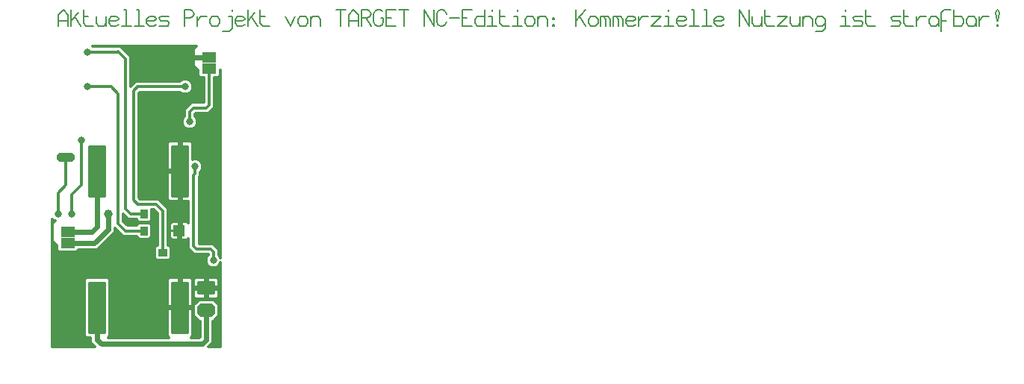
<source format=gbl>
%FSLAX35Y35*%
%MOIN*%
%TF.FileFunction,Copper,L2,Bot*%
%ADD10C,0.00591*%
%ADD11C,0.00214*%
%ADD12C,0.00384*%
%ADD13C,0.00409*%
%ADD14C,0.00472*%
%ADD15C,0.00512*%
%ADD16C,0.00650*%
%ADD17C,0.00768*%
%ADD18C,0.00886*%
%ADD19C,0.01181*%
%ADD20C,0.01575*%
%ADD21C,0.01969*%
%ADD22C,0.02362*%
%ADD23C,0.03150*%
%ADD24C,0.03937*%
%AMR_25*21,1,0.00787,0.00787,0,0,0.000*%
%ADD25R_25*%
%AMR_26*21,1,0.01181,0.01181,0,0,0.000*%
%ADD26R_26*%
%AMR_27*21,1,0.01706,0.01706,0,0,0.000*%
%ADD27R_27*%
%AMR_28*21,1,0.02133,0.02133,0,0,0.000*%
%ADD28R_28*%
%AMR_29*21,1,0.02362,0.02362,0,0,0.000*%
%ADD29R_29*%
%AMR_30*21,1,0.03200,0.03800,0,0,0.000*%
%ADD30R_30*%
%AMR_31*21,1,0.03200,0.03800,0,0,90.000*%
%ADD31R_31*%
%AMR_32*21,1,0.03200,0.03800,0,0,180.000*%
%ADD32R_32*%
%AMR_33*21,1,0.04409,0.06299,0,0,90.000*%
%ADD33R_33*%
%AMR_34*21,1,0.05000,0.05000,0,0,180.000*%
%ADD34R_34*%
%AMR_35*21,1,0.07874,0.09449,0,0,90.000*%
%ADD35R_35*%
%AMR_36*21,1,0.19685,0.19685,0,0,0.000*%
%ADD36R_36*%
%AMOCT_37*4,1,8,0.031496,0.023622,0.015748,0.039370,-0.015748,0.039370,-0.031496,0.023622,-0.031496,-0.023622,-0.015748,-0.039370,0.015748,-0.039370,0.031496,-0.023622,0.031496,0.023622,270.000*%
%ADD37OCT_37*%
%AMOCT_38*4,1,8,0.039370,0.009843,0.029528,0.019685,-0.029528,0.019685,-0.039370,0.009843,-0.039370,-0.009843,-0.029528,-0.019685,0.029528,-0.019685,0.039370,-0.009843,0.039370,0.009843,0.000*%
%ADD38OCT_38*%
%AMOCT_39*4,1,8,0.039370,0.009843,0.029528,0.019685,-0.029528,0.019685,-0.039370,0.009843,-0.039370,-0.009843,-0.029528,-0.019685,0.029528,-0.019685,0.039370,-0.009843,0.039370,0.009843,90.000*%
%ADD39OCT_39*%
%ADD40O,0.02559X0.04173*%
%AMRR_41*21,1,0.02559,0.03661,0,0,180.000*21,1,0.02047,0.04173,0,0,180.000*1,1,0.00512,-0.01024,-0.01831*1,1,0.00512,0.01024,0.01831*1,1,0.00512,-0.01024,0.01831*1,1,0.00512,0.01024,-0.01831*%
%ADD41RR_41*%
%AMRR_42*21,1,0.06299,0.06929,0,0,180.000*21,1,0.05354,0.07874,0,0,180.000*1,1,0.00945,-0.02677,-0.03465*1,1,0.00945,0.02677,0.03465*1,1,0.00945,-0.02677,0.03465*1,1,0.00945,0.02677,-0.03465*%
%ADD42RR_42*%
%AMRR_43*21,1,0.06299,0.06614,0,0,270.000*21,1,0.05039,0.07874,0,0,270.000*1,1,0.01260,0.03307,-0.02520*1,1,0.01260,-0.03307,0.02520*1,1,0.01260,-0.03307,-0.02520*1,1,0.01260,0.03307,0.02520*%
%ADD43RR_43*%
%AMRR_44*21,1,0.23622,0.06457,0,0,90.000*21,1,0.22205,0.07874,0,0,90.000*1,1,0.01417,-0.03228,0.11102*1,1,0.01417,0.03228,-0.11102*1,1,0.01417,0.03228,0.11102*1,1,0.01417,-0.03228,-0.11102*%
%ADD44RR_44*%
G54D16*
X3937Y144749D02*
X3937Y149473D01*
X3937Y147111D02*
X8267Y147111D01*
X8267Y149473D02*
X8267Y144749D01*
X3937Y149473D02*
X6102Y151835D01*
X8267Y149473D01*
X9566Y151835D02*
X9566Y144749D01*
X9566Y147111D02*
X12814Y150654D01*
X11190Y148882D02*
X13897Y144749D01*
X15196Y151835D02*
X15196Y145930D01*
X16279Y144749D01*
X19527Y144749D01*
X15196Y148882D02*
X17362Y148882D01*
X20826Y148882D02*
X20826Y145930D01*
X21909Y144749D01*
X24074Y144749D01*
X25157Y145930D01*
X25157Y148882D02*
X25157Y144749D01*
X30787Y145339D02*
X29704Y144749D01*
X27539Y144749D01*
X26456Y145930D01*
X26456Y147701D01*
X27539Y148882D01*
X29704Y148882D01*
X30787Y148292D01*
X30787Y147701D01*
X29704Y147111D01*
X26456Y147111D01*
X32086Y144749D02*
X36417Y144749D01*
X33169Y151835D02*
X34251Y151835D01*
X34251Y144749D01*
X37716Y144749D02*
X42047Y144749D01*
X38799Y151835D02*
X39881Y151835D01*
X39881Y144749D01*
X47677Y145339D02*
X46594Y144749D01*
X44429Y144749D01*
X43346Y145930D01*
X43346Y147701D01*
X44429Y148882D01*
X46594Y148882D01*
X47677Y148292D01*
X47677Y147701D01*
X46594Y147111D01*
X43346Y147111D01*
X48976Y144749D02*
X52765Y144749D01*
X53307Y145930D01*
X52765Y147111D01*
X49517Y147111D01*
X48976Y148292D01*
X49517Y148882D01*
X53307Y148882D01*
X60236Y151835D02*
X60236Y144749D01*
X60236Y148292D02*
X62942Y148292D01*
X64025Y148882D01*
X64566Y150063D01*
X64025Y151245D01*
X62942Y151835D01*
X60236Y151835D01*
X65866Y148882D02*
X65866Y144749D01*
X65866Y147111D02*
X67490Y148882D01*
X70196Y148882D01*
X71496Y147701D02*
X71496Y145930D01*
X71496Y147701D02*
X72578Y148882D01*
X74744Y148882D01*
X75826Y147701D01*
X75826Y145930D01*
X74744Y144749D01*
X72578Y144749D01*
X71496Y145930D01*
X77125Y142386D02*
X80374Y142386D01*
X81456Y143567D01*
X81456Y148882D01*
X79832Y148882D01*
X81456Y151835D02*
X81456Y151245D01*
X87086Y145339D02*
X86003Y144749D01*
X83838Y144749D01*
X82755Y145930D01*
X82755Y147701D01*
X83838Y148882D01*
X86003Y148882D01*
X87086Y148292D01*
X87086Y147701D01*
X86003Y147111D01*
X82755Y147111D01*
X88385Y151835D02*
X88385Y144749D01*
X88385Y147111D02*
X91633Y150654D01*
X90009Y148882D02*
X92716Y144749D01*
X94015Y151835D02*
X94015Y145930D01*
X95098Y144749D01*
X98346Y144749D01*
X94015Y148882D02*
X96181Y148882D01*
X105275Y148882D02*
X107440Y144749D01*
X109606Y148882D01*
X110905Y147701D02*
X110905Y145930D01*
X110905Y147701D02*
X111988Y148882D01*
X114153Y148882D01*
X115236Y147701D01*
X115236Y145930D01*
X114153Y144749D01*
X111988Y144749D01*
X110905Y145930D01*
X116535Y144749D02*
X116535Y148882D01*
X116535Y147701D02*
X117618Y148882D01*
X119783Y148882D01*
X120866Y147701D01*
X120866Y144749D01*
X127795Y151835D02*
X132125Y151835D01*
X129960Y151835D02*
X129960Y144749D01*
X133425Y144749D02*
X133425Y149473D01*
X133425Y147111D02*
X137755Y147111D01*
X137755Y149473D02*
X137755Y144749D01*
X133425Y149473D02*
X135590Y151835D01*
X137755Y149473D01*
X139055Y151835D02*
X139055Y144749D01*
X139055Y148292D02*
X141761Y148292D01*
X142844Y148882D01*
X143385Y150063D01*
X142844Y151245D01*
X141761Y151835D01*
X139055Y151835D01*
X141220Y148292D02*
X143385Y144749D01*
X146309Y151835D02*
X145226Y151245D01*
X144685Y150063D01*
X144685Y146520D01*
X145226Y145339D01*
X146309Y144749D01*
X147391Y144749D01*
X148474Y145339D01*
X149015Y146520D01*
X149015Y148292D01*
X147933Y148292D01*
X146309Y151835D02*
X147391Y151835D01*
X148474Y151245D01*
X150314Y151835D02*
X150314Y144749D01*
X154645Y144749D01*
X150314Y148292D02*
X152480Y148292D01*
X150314Y151835D02*
X154645Y151835D01*
X155944Y151835D02*
X160275Y151835D01*
X158110Y151835D02*
X158110Y144749D01*
X167204Y144749D02*
X167204Y151835D01*
X171535Y144749D01*
X171535Y151835D01*
X175541Y144749D02*
X176624Y145339D01*
X177165Y146520D01*
X175541Y144749D02*
X174458Y144749D01*
X173375Y145339D01*
X172834Y146520D01*
X172834Y150063D01*
X173375Y151245D01*
X174458Y151835D01*
X175541Y151835D01*
X176624Y151245D01*
X177165Y150063D01*
X178464Y148292D02*
X182795Y148292D01*
X184094Y151835D02*
X184094Y144749D01*
X188425Y144749D01*
X184094Y148292D02*
X186259Y148292D01*
X184094Y151835D02*
X188425Y151835D01*
X194055Y151835D02*
X194055Y144749D01*
X190807Y144749D01*
X189724Y145930D01*
X189724Y147701D01*
X190807Y148882D01*
X194055Y148882D01*
X195354Y144749D02*
X199685Y144749D01*
X197519Y144749D02*
X197519Y148882D01*
X197519Y151835D02*
X197519Y151245D01*
X195895Y148882D02*
X197519Y148882D01*
X200984Y151835D02*
X200984Y145930D01*
X202066Y144749D01*
X205314Y144749D01*
X200984Y148882D02*
X203149Y148882D01*
X206614Y144749D02*
X210944Y144749D01*
X208779Y144749D02*
X208779Y148882D01*
X208779Y151835D02*
X208779Y151245D01*
X207155Y148882D02*
X208779Y148882D01*
X212244Y147701D02*
X212244Y145930D01*
X212244Y147701D02*
X213326Y148882D01*
X215492Y148882D01*
X216574Y147701D01*
X216574Y145930D01*
X215492Y144749D01*
X213326Y144749D01*
X212244Y145930D01*
X217874Y144749D02*
X217874Y148882D01*
X217874Y147701D02*
X218956Y148882D01*
X221122Y148882D01*
X222204Y147701D01*
X222204Y144749D01*
X224586Y145339D02*
X224586Y144749D01*
X225127Y144749D01*
X225127Y145339D01*
X224586Y145339D01*
X225127Y148292D02*
X224586Y148292D01*
X224586Y147701D01*
X225127Y147701D01*
X225127Y148292D01*
X234763Y151835D02*
X234763Y144749D01*
X234763Y147111D02*
X239094Y151835D01*
X236387Y148882D02*
X239094Y144749D01*
X240393Y147701D02*
X240393Y145930D01*
X240393Y147701D02*
X241476Y148882D01*
X243641Y148882D01*
X244724Y147701D01*
X244724Y145930D01*
X243641Y144749D01*
X241476Y144749D01*
X240393Y145930D01*
X250354Y144749D02*
X250354Y147701D01*
X249271Y148882D01*
X248188Y144749D02*
X248188Y147701D01*
X246023Y148882D02*
X249271Y148882D01*
X246023Y144749D02*
X246023Y148882D01*
X248188Y147701D02*
X247106Y148882D01*
X255984Y144749D02*
X255984Y147701D01*
X254901Y148882D01*
X253818Y144749D02*
X253818Y147701D01*
X251653Y148882D02*
X254901Y148882D01*
X251653Y144749D02*
X251653Y148882D01*
X253818Y147701D02*
X252736Y148882D01*
X261614Y145339D02*
X260531Y144749D01*
X258366Y144749D01*
X257283Y145930D01*
X257283Y147701D01*
X258366Y148882D01*
X260531Y148882D01*
X261614Y148292D01*
X261614Y147701D01*
X260531Y147111D01*
X257283Y147111D01*
X262913Y148882D02*
X262913Y144749D01*
X262913Y147111D02*
X264537Y148882D01*
X267244Y148882D01*
X268543Y148882D02*
X272874Y148882D01*
X268543Y144749D01*
X272874Y144749D01*
X274173Y144749D02*
X278503Y144749D01*
X276338Y144749D02*
X276338Y148882D01*
X276338Y151835D02*
X276338Y151245D01*
X274714Y148882D02*
X276338Y148882D01*
X284133Y145339D02*
X283051Y144749D01*
X280885Y144749D01*
X279803Y145930D01*
X279803Y147701D01*
X280885Y148882D01*
X283051Y148882D01*
X284133Y148292D01*
X284133Y147701D01*
X283051Y147111D01*
X279803Y147111D01*
X285433Y144749D02*
X289763Y144749D01*
X286515Y151835D02*
X287598Y151835D01*
X287598Y144749D01*
X291062Y144749D02*
X295393Y144749D01*
X292145Y151835D02*
X293228Y151835D01*
X293228Y144749D01*
X301023Y145339D02*
X299940Y144749D01*
X297775Y144749D01*
X296692Y145930D01*
X296692Y147701D01*
X297775Y148882D01*
X299940Y148882D01*
X301023Y148292D01*
X301023Y147701D01*
X299940Y147111D01*
X296692Y147111D01*
X307952Y144749D02*
X307952Y151835D01*
X312283Y144749D01*
X312283Y151835D01*
X313582Y148882D02*
X313582Y145930D01*
X314665Y144749D01*
X316830Y144749D01*
X317913Y145930D01*
X317913Y148882D02*
X317913Y144749D01*
X319212Y151835D02*
X319212Y145930D01*
X320295Y144749D01*
X323543Y144749D01*
X319212Y148882D02*
X321377Y148882D01*
X324842Y148882D02*
X329173Y148882D01*
X324842Y144749D01*
X329173Y144749D01*
X330472Y148882D02*
X330472Y145930D01*
X331555Y144749D01*
X333720Y144749D01*
X334803Y145930D01*
X334803Y148882D02*
X334803Y144749D01*
X336102Y144749D02*
X336102Y148882D01*
X336102Y147701D02*
X337185Y148882D01*
X339350Y148882D01*
X340433Y147701D01*
X340433Y144749D01*
X346062Y145930D02*
X344980Y144749D01*
X342814Y144749D01*
X341732Y145930D01*
X341732Y147701D01*
X342814Y148882D01*
X344980Y148882D01*
X346062Y147701D01*
X346062Y143567D01*
X344980Y142386D01*
X341732Y142386D01*
X352992Y144749D02*
X357322Y144749D01*
X355157Y144749D02*
X355157Y148882D01*
X355157Y151835D02*
X355157Y151245D01*
X353533Y148882D02*
X355157Y148882D01*
X358622Y144749D02*
X362411Y144749D01*
X362952Y145930D01*
X362411Y147111D01*
X359163Y147111D01*
X358622Y148292D01*
X359163Y148882D01*
X362952Y148882D01*
X364251Y151835D02*
X364251Y145930D01*
X365334Y144749D01*
X368582Y144749D01*
X364251Y148882D02*
X366417Y148882D01*
X375511Y144749D02*
X379301Y144749D01*
X379842Y145930D01*
X379301Y147111D01*
X376053Y147111D01*
X375511Y148292D01*
X376053Y148882D01*
X379842Y148882D01*
X381141Y151835D02*
X381141Y145930D01*
X382224Y144749D01*
X385472Y144749D01*
X381141Y148882D02*
X383307Y148882D01*
X386771Y148882D02*
X386771Y144749D01*
X386771Y147111D02*
X388395Y148882D01*
X391102Y148882D01*
X392401Y145930D02*
X393484Y144749D01*
X395649Y144749D01*
X396732Y145930D01*
X392401Y145930D02*
X392401Y147701D01*
X393484Y148882D01*
X395649Y148882D01*
X396732Y147701D01*
X396732Y144749D01*
X398031Y142386D02*
X398031Y150654D01*
X399114Y151835D01*
X402362Y151835D01*
X398031Y147111D02*
X400196Y147111D01*
X403661Y151835D02*
X403661Y144749D01*
X406909Y144749D01*
X407992Y145930D01*
X407992Y147701D01*
X406909Y148882D01*
X403661Y148882D01*
X409291Y145930D02*
X410374Y144749D01*
X412539Y144749D01*
X413622Y145930D01*
X409291Y145930D02*
X409291Y147701D01*
X410374Y148882D01*
X412539Y148882D01*
X413622Y147701D01*
X413622Y144749D01*
X414921Y148882D02*
X414921Y144749D01*
X414921Y147111D02*
X416545Y148882D01*
X419251Y148882D01*
X422716Y144749D02*
X422716Y145339D01*
X423257Y145339D01*
X423257Y144749D01*
X422716Y144749D01*
X422716Y147111D02*
X423257Y147111D01*
X423799Y150654D01*
X423257Y151835D01*
X422716Y151835D01*
X422175Y150654D01*
X422716Y147111D01*
G54D19*
X53125Y100000D02*
X58257Y94867D01*
X58257Y79773D01*
X71250Y130625D02*
X64375Y130625D01*
X63125Y129375D01*
X63125Y121250D01*
X64375Y120000D01*
X64375Y113125D02*
X64375Y120000D01*
X64375Y113125D02*
X63125Y111875D01*
X55625Y111875D01*
X53125Y100000D02*
X53125Y109375D01*
X55625Y111875D01*
X18297Y3151D02*
X18297Y5167D01*
X16579Y5167D01*
X15541Y6205D01*
X15541Y31294D01*
X16579Y32332D01*
X25920Y32332D01*
X26958Y31294D01*
X26958Y6205D01*
X26206Y5452D01*
X53301Y5452D01*
X52549Y6205D01*
X52549Y31294D01*
X53587Y32332D01*
X62928Y32332D01*
X63966Y31294D01*
X63966Y6205D01*
X63214Y5452D01*
X66901Y5452D01*
X67047Y5598D01*
X67047Y12578D01*
X66903Y12578D01*
X64291Y15191D01*
X64291Y19808D01*
X66903Y22421D01*
X73096Y22421D01*
X75708Y19808D01*
X75708Y15191D01*
X73096Y12578D01*
X72952Y12578D01*
X72952Y3151D01*
X70981Y1181D01*
X76309Y1181D01*
X76309Y38902D01*
X76004Y38075D01*
X75049Y37120D01*
X73781Y36653D01*
X72468Y36653D01*
X71200Y37120D01*
X70245Y38075D01*
X69778Y39343D01*
X69778Y40656D01*
X70245Y41924D01*
X70762Y42441D01*
X70762Y42637D01*
X64646Y42637D01*
X62012Y45271D01*
X62012Y49682D01*
X61183Y48853D01*
X54716Y48853D01*
X53678Y49891D01*
X53678Y56358D01*
X54716Y57396D01*
X61183Y57396D01*
X62012Y56567D01*
X62012Y66190D01*
X53587Y66190D01*
X52549Y67228D01*
X52549Y92318D01*
X53587Y93356D01*
X62928Y93356D01*
X63966Y92318D01*
X63966Y85082D01*
X64343Y85221D01*
X65656Y85221D01*
X66924Y84754D01*
X67879Y83799D01*
X68346Y82531D01*
X68346Y81218D01*
X67879Y79950D01*
X67362Y79433D01*
X67362Y77771D01*
X66737Y77146D01*
X66737Y47362D01*
X72853Y47362D01*
X75487Y44728D01*
X75487Y42441D01*
X76004Y41924D01*
X76309Y41097D01*
X76309Y125040D01*
X76171Y124902D01*
X76171Y122686D01*
X75133Y121648D01*
X73612Y121648D01*
X73612Y108396D01*
X70978Y105762D01*
X65353Y105762D01*
X64862Y105271D01*
X64862Y104316D01*
X65379Y103799D01*
X65846Y102531D01*
X65846Y101218D01*
X65379Y99950D01*
X64424Y98995D01*
X63156Y98528D01*
X61843Y98528D01*
X60575Y98995D01*
X59620Y99950D01*
X59153Y101218D01*
X59153Y102531D01*
X59620Y103799D01*
X60137Y104316D01*
X60137Y107228D01*
X63396Y110487D01*
X68887Y110487D01*
X68887Y121648D01*
X67366Y121648D01*
X66328Y122686D01*
X66328Y124902D01*
X64360Y126871D01*
X64360Y134378D01*
X65675Y135693D01*
X19109Y135693D01*
X19316Y135487D01*
X29400Y135487D01*
X29523Y135610D01*
X31480Y135610D01*
X36112Y130978D01*
X36112Y117577D01*
X38396Y119862D01*
X58183Y119862D01*
X58700Y120379D01*
X59968Y120846D01*
X61281Y120846D01*
X62549Y120379D01*
X63504Y119424D01*
X63971Y118156D01*
X63971Y116843D01*
X63504Y115575D01*
X62549Y114620D01*
X61281Y114153D01*
X59968Y114153D01*
X58700Y114620D01*
X58183Y115137D01*
X40353Y115137D01*
X39862Y114646D01*
X39862Y67853D01*
X40353Y67362D01*
X48478Y67362D01*
X52987Y62853D01*
X52987Y46796D01*
X53258Y46796D01*
X54296Y45758D01*
X54296Y41091D01*
X53258Y40053D01*
X47991Y40053D01*
X46953Y41091D01*
X46953Y45758D01*
X47991Y46796D01*
X48262Y46796D01*
X48262Y60896D01*
X46521Y62637D01*
X45546Y62637D01*
X45546Y57991D01*
X44508Y56953D01*
X39841Y56953D01*
X38803Y57991D01*
X38803Y58262D01*
X35271Y58262D01*
X32987Y60547D01*
X32987Y57228D01*
X34728Y55487D01*
X38803Y55487D01*
X38803Y55758D01*
X39841Y56796D01*
X44508Y56796D01*
X45546Y55758D01*
X45546Y50491D01*
X44508Y49453D01*
X39841Y49453D01*
X38803Y50491D01*
X38803Y50762D01*
X32771Y50762D01*
X29202Y54331D01*
X29202Y52526D01*
X21223Y44547D01*
X13032Y44547D01*
X12008Y43523D01*
X4241Y43523D01*
X3203Y44561D01*
X3203Y46777D01*
X1235Y48746D01*
X1235Y56253D01*
X2484Y57502D01*
X1825Y57745D01*
X1181Y58390D01*
X1181Y1181D01*
X20268Y1181D01*
X18297Y3151D01*
X65329Y22578D02*
X64291Y23616D01*
X64291Y31383D01*
X65329Y32421D01*
X74670Y32421D01*
X75708Y31383D01*
X75708Y23616D01*
X74670Y22578D01*
X65329Y22578D01*
X30501Y133248D02*
X33750Y130000D01*
X33750Y63125D01*
X36250Y60625D01*
X42175Y60625D01*
X16875Y133125D02*
X30501Y133125D01*
X30501Y133248D01*
X42175Y53125D02*
X33750Y53125D01*
X30625Y56250D01*
X30625Y114375D01*
X27500Y117500D01*
X16875Y117500D02*
X27500Y117500D01*
X50625Y43425D02*
X50625Y61875D01*
X47500Y65000D01*
X39375Y65000D02*
X47500Y65000D01*
X39375Y65000D02*
X37500Y66875D01*
X37500Y115625D01*
X39375Y117500D01*
X60625Y117500D02*
X39375Y117500D01*
X10000Y69375D02*
X10000Y60625D01*
X10000Y69375D02*
X14375Y73750D01*
X14375Y93750D01*
X3750Y70000D02*
X3750Y60625D01*
X3750Y70000D02*
X7253Y73503D01*
X7253Y86003D01*
X64375Y78125D02*
X64375Y46250D01*
X65625Y45000D01*
X71875Y45000D01*
X73125Y43750D01*
X73125Y40000D01*
X65000Y81875D02*
X65000Y78750D01*
X64375Y78125D01*
X62500Y101875D02*
X62500Y106250D01*
X64375Y108125D02*
X62500Y106250D01*
X64375Y108125D02*
X70000Y108125D01*
X71250Y109375D01*
X71250Y125625D01*
G54D22*
X57950Y53125D02*
X57950Y36425D01*
X60000Y34375D01*
X68750Y34375D01*
X70000Y33125D01*
X70000Y27500D01*
X60000Y34375D02*
X58257Y32632D01*
X58257Y18750D01*
X58257Y53125D02*
X58257Y79773D01*
X58257Y53125D02*
X57950Y53125D01*
X8125Y47500D02*
X20000Y47500D01*
X26250Y53750D01*
X26250Y60625D01*
X70000Y17500D02*
X70000Y4375D01*
X68125Y2500D01*
X23125Y2500D01*
X21250Y4375D01*
X21250Y18750D01*
X21250Y79773D02*
X21250Y55000D01*
X18750Y52500D01*
X8125Y52500D01*
G54D23*
X16875Y133125D03*
X16875Y117500D03*
X60625Y117500D03*
X10000Y60625D03*
X14375Y93750D03*
X3750Y60625D03*
X73125Y40000D03*
X65000Y81875D03*
X62500Y101875D03*
G54D24*
X26250Y60625D03*
G54D31*
X50625Y43425D03*
G54D32*
X42175Y53125D03*
X42175Y60625D03*
G54D33*
X8125Y47500D03*
X8125Y52500D03*
X71250Y125625D03*
X71250Y130625D03*
G54D34*
X57950Y53125D03*
G54D37*
X70000Y17500D03*
G54D38*
X7253Y86003D03*
G54D43*
X70000Y27500D03*
G54D44*
X58257Y18750D03*
X21250Y18750D03*
X21250Y79773D03*
X58257Y79773D03*
G36*
X53678Y52534D02*
X53678Y53715D01*
X57950Y53715D01*
X57950Y52534D01*
X53678Y52534D01*
G37*
G36*
X57359Y48853D02*
X57359Y53125D01*
X58540Y53125D01*
X58540Y48853D01*
X57359Y48853D01*
G37*
G36*
X57359Y53125D02*
X57359Y57396D01*
X58540Y57396D01*
X58540Y53125D01*
X57359Y53125D01*
G37*
G36*
X57076Y18750D02*
X57076Y32332D01*
X59438Y32332D01*
X59438Y18750D01*
X57076Y18750D01*
G37*
G36*
X52549Y17568D02*
X52549Y19931D01*
X58257Y19931D01*
X58257Y17568D01*
X52549Y17568D01*
G37*
G36*
X58257Y17568D02*
X58257Y19931D01*
X63966Y19931D01*
X63966Y17568D01*
X58257Y17568D01*
G37*
G36*
X57076Y79773D02*
X57076Y93356D01*
X59438Y93356D01*
X59438Y79773D01*
X57076Y79773D01*
G37*
G36*
X57076Y66190D02*
X57076Y79773D01*
X59438Y79773D01*
X59438Y66190D01*
X57076Y66190D01*
G37*
G36*
X52549Y78592D02*
X52549Y80954D01*
X58257Y80954D01*
X58257Y78592D01*
X52549Y78592D01*
G37*
G36*
X68818Y22578D02*
X68818Y27500D01*
X71181Y27500D01*
X71181Y22578D01*
X68818Y22578D01*
G37*
G36*
X68818Y27500D02*
X68818Y32421D01*
X71181Y32421D01*
X71181Y27500D01*
X68818Y27500D01*
G37*
G36*
X70000Y26318D02*
X70000Y28681D01*
X75708Y28681D01*
X75708Y26318D01*
X70000Y26318D01*
G37*
G36*
X64291Y26318D02*
X64291Y28681D01*
X70000Y28681D01*
X70000Y26318D01*
X64291Y26318D01*
G37*
G36*
X64360Y129443D02*
X64360Y131806D01*
X71250Y131806D01*
X71250Y129443D01*
X64360Y129443D01*
G37*
G36*
X29523Y135462D02*
X18961Y135547D01*
X18962Y135841D01*
X65822Y135841D01*
X65822Y135546D01*
X29523Y135462D01*
G37*
G36*
X31480Y135462D02*
X29376Y135462D01*
X29375Y135757D01*
X65822Y135841D01*
X65823Y135546D01*
X31480Y135462D01*
G37*
G36*
X19256Y135338D02*
X18935Y135659D01*
X19011Y135842D01*
X29670Y135756D01*
X29671Y135464D01*
X19256Y135338D01*
G37*
G36*
X29461Y135339D02*
X19169Y135339D01*
X19167Y135633D01*
X29621Y135759D01*
X29698Y135576D01*
X29461Y135339D01*
G37*
G36*
X64419Y134229D02*
X31330Y135468D01*
X31335Y135757D01*
X65773Y135841D01*
X65849Y135659D01*
X64419Y134229D01*
G37*
G36*
X36058Y130823D02*
X31304Y135577D01*
X31385Y135761D01*
X64502Y134521D01*
X64513Y134248D01*
X36058Y130823D01*
G37*
G36*
X64507Y126700D02*
X35962Y130850D01*
X35966Y131109D01*
X64507Y134545D01*
X64507Y126700D01*
G37*
G36*
X66407Y124736D02*
X35942Y130862D01*
X35991Y131145D01*
X64429Y127010D01*
X66510Y124929D01*
X66407Y124736D01*
G37*
G36*
X66476Y122492D02*
X35935Y130873D01*
X36001Y131151D01*
X66476Y125023D01*
X66476Y122492D01*
G37*
G36*
X76310Y122534D02*
X76023Y122543D01*
X76023Y124963D01*
X76276Y125216D01*
X76462Y125133D01*
X76310Y122534D01*
G37*
G36*
X67434Y121474D02*
X35930Y130878D01*
X36010Y131159D01*
X66405Y122818D01*
X67552Y121671D01*
X67434Y121474D01*
G37*
G36*
X59836Y120686D02*
X59807Y120977D01*
X67358Y121796D01*
X69028Y121796D01*
X69041Y121514D01*
X59836Y120686D01*
G37*
G36*
X59946Y120695D02*
X35925Y130897D01*
X36020Y131159D01*
X67524Y121755D01*
X67502Y121514D01*
X59946Y120695D01*
G37*
G36*
X61289Y120698D02*
X59827Y120698D01*
X59814Y120980D01*
X69020Y121808D01*
X69048Y121517D01*
X61289Y120698D01*
G37*
G36*
X58693Y120219D02*
X35918Y130906D01*
X36036Y131171D01*
X60118Y120943D01*
X60113Y120742D01*
X58693Y120219D01*
G37*
G36*
X62537Y120226D02*
X61120Y120748D01*
X61149Y120980D01*
X69012Y121810D01*
X69055Y121531D01*
X62537Y120226D01*
G37*
G36*
X38276Y119711D02*
X35949Y131038D01*
X36092Y131150D01*
X58869Y120463D01*
X58821Y120234D01*
X38276Y119711D01*
G37*
G36*
X58244Y119714D02*
X38250Y119714D01*
X38247Y120006D01*
X58796Y120529D01*
X58875Y120345D01*
X58244Y119714D01*
G37*
G36*
X63469Y119250D02*
X62382Y120337D01*
X62433Y120506D01*
X68990Y121819D01*
X69067Y121563D01*
X63469Y119250D01*
G37*
G36*
X63899Y117924D02*
X63316Y119506D01*
X68953Y121835D01*
X69080Y121604D01*
X63899Y117924D01*
G37*
G36*
X36146Y117403D02*
X35964Y117479D01*
X35964Y131111D01*
X36229Y131138D01*
X38557Y119814D01*
X36146Y117403D01*
G37*
G36*
X64004Y116669D02*
X63823Y116745D01*
X63823Y118232D01*
X68913Y121848D01*
X69088Y121638D01*
X64004Y116669D01*
G37*
G36*
X63533Y115386D02*
X63323Y115511D01*
X63844Y116925D01*
X68886Y121853D01*
X69092Y121657D01*
X63533Y115386D01*
G37*
G36*
X39766Y114496D02*
X39687Y114680D01*
X40292Y115285D01*
X58329Y115285D01*
X58333Y114994D01*
X39766Y114496D01*
G37*
G36*
X58799Y114472D02*
X39716Y114499D01*
X39712Y114790D01*
X58243Y115287D01*
X58874Y114655D01*
X58799Y114472D01*
G37*
G36*
X60090Y114002D02*
X39712Y114502D01*
X39716Y114794D01*
X58727Y114768D01*
X60136Y114248D01*
X60090Y114002D01*
G37*
G36*
X63476Y110315D02*
X63246Y110371D01*
X63357Y115633D01*
X68862Y121843D01*
X69077Y121699D01*
X63476Y110315D01*
G37*
G36*
X63278Y110328D02*
X62388Y114668D01*
X63470Y115750D01*
X63654Y115672D01*
X63541Y110352D01*
X63278Y110328D01*
G37*
G36*
X63331Y110304D02*
X61066Y114231D01*
X62659Y114818D01*
X63566Y110393D01*
X63331Y110304D01*
G37*
G36*
X63378Y110290D02*
X59794Y114123D01*
X59871Y114301D01*
X61366Y114301D01*
X63590Y110446D01*
X63378Y110290D01*
G37*
G36*
X63475Y110323D02*
X39701Y114524D01*
X39728Y114797D01*
X60034Y114299D01*
X63577Y110510D01*
X63475Y110323D01*
G37*
G36*
X69035Y110339D02*
X63159Y110339D01*
X68807Y121818D01*
X69035Y121765D01*
X69035Y110339D01*
G37*
G36*
X73742Y108241D02*
X73464Y108257D01*
X73464Y121796D01*
X75299Y121796D01*
X73742Y108241D01*
G37*
G36*
X73732Y108229D02*
X73449Y108271D01*
X74992Y121716D01*
X76143Y122867D01*
X76335Y122767D01*
X73732Y108229D01*
G37*
G36*
X60175Y107057D02*
X39684Y114554D01*
X39754Y114815D01*
X63510Y110617D01*
X63564Y110446D01*
X60175Y107057D01*
G37*
G36*
X64771Y105116D02*
X64684Y105303D01*
X65292Y105910D01*
X71120Y105910D01*
X71131Y105626D01*
X64771Y105116D01*
G37*
G36*
X60285Y104075D02*
X39671Y114578D01*
X39782Y114832D01*
X60285Y107331D01*
X60285Y104075D01*
G37*
G36*
X64714Y104129D02*
X64714Y105407D01*
X71103Y105920D01*
X71145Y105650D01*
X64714Y104129D01*
G37*
G36*
X59646Y103616D02*
X39663Y114587D01*
X39799Y114844D01*
X60385Y104355D01*
X59646Y103616D01*
G37*
G36*
X65340Y103629D02*
X64696Y104273D01*
X64743Y104440D01*
X71080Y105938D01*
X71159Y105669D01*
X65340Y103629D01*
G37*
G36*
X59229Y102309D02*
X39662Y114597D01*
X39807Y114844D01*
X59803Y103867D01*
X59229Y102309D01*
G37*
G36*
X65770Y102309D02*
X65188Y103888D01*
X71054Y105945D01*
X71168Y105708D01*
X65770Y102309D01*
G37*
G36*
X59142Y101046D02*
X39659Y114607D01*
X39818Y114848D01*
X59301Y102613D01*
X59301Y101129D01*
X59142Y101046D01*
G37*
G36*
X65872Y101044D02*
X65698Y101123D01*
X65698Y102613D01*
X71014Y105960D01*
X71178Y105742D01*
X65872Y101044D01*
G37*
G36*
X59620Y99766D02*
X39657Y114614D01*
X39827Y114850D01*
X59276Y101313D01*
X59797Y99898D01*
X59620Y99766D01*
G37*
G36*
X65402Y99761D02*
X65199Y99889D01*
X65720Y101304D01*
X70986Y105967D01*
X71183Y105762D01*
X65402Y99761D01*
G37*
G36*
X65382Y99742D02*
X65170Y99947D01*
X70873Y105866D01*
X73611Y108604D01*
X73820Y108398D01*
X65382Y99742D01*
G37*
G36*
X60596Y98794D02*
X39655Y114617D01*
X39832Y114852D01*
X59717Y100062D01*
X60777Y99002D01*
X60596Y98794D01*
G37*
G36*
X53525Y93157D02*
X53387Y93416D01*
X63095Y98663D01*
X64503Y99182D01*
X64615Y98928D01*
X53525Y93157D01*
G37*
G36*
X53531Y93158D02*
X53387Y93405D01*
X61801Y98676D01*
X63271Y98676D01*
X63327Y98453D01*
X53531Y93158D01*
G37*
G36*
X53547Y93157D02*
X53386Y93383D01*
X60548Y99163D01*
X61980Y98635D01*
X61999Y98452D01*
X53547Y93157D01*
G37*
G36*
X53551Y93138D02*
X39671Y114670D01*
X39852Y114838D01*
X60815Y98999D01*
X53551Y93138D01*
G37*
G36*
X63042Y93208D02*
X53471Y93208D01*
X53416Y93433D01*
X64441Y99170D01*
X64591Y99050D01*
X63042Y93208D01*
G37*
G36*
X63018Y93173D02*
X62749Y93258D01*
X64291Y99071D01*
X65359Y100139D01*
X65559Y100010D01*
X63018Y93173D01*
G37*
G36*
X62974Y93165D02*
X62745Y93286D01*
X65251Y100031D01*
X73601Y108597D01*
X73811Y108422D01*
X62974Y93165D01*
G37*
G36*
X52516Y92077D02*
X39662Y114698D01*
X39908Y114847D01*
X53775Y93336D01*
X52516Y92077D01*
G37*
G36*
X63995Y92080D02*
X62736Y93340D01*
X73574Y108597D01*
X73811Y108442D01*
X63995Y92080D01*
G37*
G36*
X64436Y85056D02*
X64202Y85095D01*
X63816Y92355D01*
X73555Y108589D01*
X73799Y108468D01*
X64436Y85056D01*
G37*
G36*
X65761Y85073D02*
X64125Y85073D01*
X73528Y108585D01*
X73798Y108484D01*
X65761Y85073D01*
G37*
G36*
X63818Y84870D02*
X63818Y92462D01*
X64106Y92469D01*
X64496Y85120D01*
X63818Y84870D01*
G37*
G36*
X67022Y84560D02*
X65469Y85132D01*
X73519Y108580D01*
X73793Y108494D01*
X67022Y84560D01*
G37*
G36*
X67836Y83633D02*
X66758Y84711D01*
X73509Y108575D01*
X73788Y108503D01*
X68003Y83681D01*
X67836Y83633D01*
G37*
G36*
X68246Y82375D02*
X67725Y83789D01*
X73501Y108571D01*
X73785Y108509D01*
X68468Y82392D01*
X68246Y82375D01*
G37*
G36*
X68465Y81058D02*
X68198Y81084D01*
X68198Y82546D01*
X73496Y108569D01*
X73785Y108512D01*
X68465Y81058D01*
G37*
G36*
X67475Y77609D02*
X67214Y77640D01*
X67214Y79494D01*
X67853Y80134D01*
X68048Y80025D01*
X67475Y77609D01*
G37*
G36*
X67464Y77592D02*
X67185Y77665D01*
X67737Y79993D01*
X68257Y81402D01*
X68527Y81314D01*
X67464Y77592D01*
G37*
G36*
X39939Y67682D02*
X39714Y67737D01*
X39714Y114760D01*
X39934Y114818D01*
X52717Y92321D01*
X39939Y67682D01*
G37*
G36*
X40395Y67111D02*
X39681Y67825D01*
X52485Y92515D01*
X52745Y92384D01*
X40395Y67111D01*
G37*
G36*
X48603Y67214D02*
X40116Y67214D01*
X52472Y92497D01*
X52715Y92420D01*
X48603Y67214D01*
G37*
G36*
X52696Y67076D02*
X48305Y67220D01*
X52425Y92476D01*
X52696Y92454D01*
X52696Y67076D01*
G37*
G36*
X53662Y66022D02*
X48314Y67248D01*
X48349Y67514D01*
X52612Y67374D01*
X53770Y66216D01*
X53662Y66022D01*
G37*
G36*
X52946Y62685D02*
X48295Y67336D01*
X48403Y67530D01*
X53757Y66303D01*
X53116Y62739D01*
X52946Y62685D01*
G37*
G36*
X52958Y62685D02*
X52826Y62795D01*
X53463Y66338D01*
X62136Y66338D01*
X62179Y66095D01*
X52958Y62685D01*
G37*
G36*
X48294Y60700D02*
X45373Y62573D01*
X45436Y62785D01*
X46582Y62785D01*
X48460Y60907D01*
X48294Y60700D01*
G37*
G36*
X38950Y57831D02*
X35118Y58126D01*
X35129Y58410D01*
X38950Y58410D01*
X38950Y57831D01*
G37*
G36*
X45585Y57816D02*
X45399Y57890D01*
X45399Y62725D01*
X45552Y62809D01*
X48491Y60925D01*
X45585Y57816D01*
G37*
G36*
X54773Y57234D02*
X54601Y57268D01*
X52803Y62943D01*
X62067Y66368D01*
X62198Y66183D01*
X54773Y57234D01*
G37*
G36*
X61318Y57249D02*
X54622Y57249D01*
X54542Y57418D01*
X61968Y66369D01*
X62170Y66285D01*
X61318Y57249D01*
G37*
G36*
X32839Y56999D02*
X32839Y60645D01*
X33021Y60721D01*
X35526Y58216D01*
X32839Y56999D01*
G37*
G36*
X32880Y57065D02*
X32810Y57310D01*
X35245Y58412D01*
X38947Y58128D01*
X38954Y57862D01*
X32880Y57065D01*
G37*
G36*
X39935Y56801D02*
X32845Y57086D01*
X32833Y57357D01*
X38856Y58147D01*
X40016Y56986D01*
X39935Y56801D01*
G37*
G36*
X39693Y56643D02*
X39693Y57100D01*
X44654Y57100D01*
X44658Y56810D01*
X39693Y56643D01*
G37*
G36*
X39988Y56639D02*
X32832Y57090D01*
X32847Y57381D01*
X39988Y57095D01*
X39988Y56639D01*
G37*
G36*
X44656Y56649D02*
X39695Y56649D01*
X39691Y56939D01*
X44656Y57106D01*
X44656Y56649D01*
G37*
G36*
X44553Y56622D02*
X44361Y56694D01*
X44361Y57014D01*
X45543Y58196D01*
X45751Y58001D01*
X44553Y56622D01*
G37*
G36*
X44519Y56589D02*
X44301Y56783D01*
X45436Y58090D01*
X48255Y61104D01*
X48470Y60905D01*
X44519Y56589D01*
G37*
G36*
X61978Y56393D02*
X61030Y57341D01*
X61879Y66345D01*
X62160Y66331D01*
X62160Y56469D01*
X61978Y56393D01*
G37*
G36*
X53716Y56188D02*
X53541Y56250D01*
X52826Y62970D01*
X53087Y63025D01*
X54884Y57355D01*
X53716Y56188D01*
G37*
G36*
X1254Y56064D02*
X1053Y56196D01*
X1741Y57933D01*
X2751Y57561D01*
X1254Y56064D01*
G37*
G36*
X1328Y56087D02*
X1090Y56129D01*
X1030Y58486D01*
X1214Y58565D01*
X1998Y57781D01*
X1328Y56087D01*
G37*
G36*
X38848Y55595D02*
X32820Y57118D01*
X32862Y57384D01*
X39945Y56938D01*
X40012Y56759D01*
X38848Y55595D01*
G37*
G36*
X45583Y55513D02*
X44304Y56792D01*
X48241Y61092D01*
X48454Y60942D01*
X45583Y55513D01*
G37*
G36*
X34671Y55335D02*
X32803Y57203D01*
X32914Y57399D01*
X38961Y55871D01*
X38938Y55619D01*
X34671Y55335D01*
G37*
G36*
X38950Y55339D02*
X34585Y55339D01*
X34576Y55625D01*
X38950Y55916D01*
X38950Y55339D01*
G37*
G36*
X32818Y50574D02*
X29055Y52435D01*
X29055Y54430D01*
X29237Y54505D01*
X32964Y50778D01*
X32818Y50574D01*
G37*
G36*
X38950Y50336D02*
X32620Y50621D01*
X32627Y50910D01*
X38950Y50910D01*
X38950Y50336D01*
G37*
G36*
X45656Y50328D02*
X45399Y50361D01*
X45399Y55795D01*
X48193Y61081D01*
X48438Y60986D01*
X45656Y50328D01*
G37*
G36*
X53538Y49739D02*
X52832Y62989D01*
X53118Y63012D01*
X53825Y56366D01*
X53825Y49747D01*
X53538Y49739D01*
G37*
G36*
X39921Y49288D02*
X32609Y50642D01*
X32640Y50916D01*
X38867Y50636D01*
X40022Y49480D01*
X39921Y49288D01*
G37*
G36*
X1088Y48598D02*
X1032Y58535D01*
X1325Y58540D01*
X1382Y56255D01*
X1382Y48598D01*
X1088Y48598D01*
G37*
G36*
X66881Y47213D02*
X66589Y47216D01*
X66589Y77207D01*
X67328Y77946D01*
X67511Y77868D01*
X66881Y47213D01*
G37*
G36*
X66877Y47209D02*
X66586Y47219D01*
X67214Y77793D01*
X68240Y81385D01*
X68500Y81342D01*
X66877Y47209D01*
G37*
G36*
X66867Y47203D02*
X66582Y47226D01*
X68199Y81236D01*
X73494Y108563D01*
X73774Y108521D01*
X66867Y47203D01*
G37*
G36*
X66865Y47198D02*
X66574Y47232D01*
X73466Y108417D01*
X76051Y122854D01*
X76335Y122810D01*
X66865Y47198D01*
G37*
G36*
X72994Y47214D02*
X66569Y47214D01*
X76042Y122845D01*
X76324Y122821D01*
X72994Y47214D01*
G37*
G36*
X72994Y47208D02*
X72699Y47221D01*
X76023Y122693D01*
X76170Y125195D01*
X76463Y125180D01*
X72994Y47208D01*
G37*
G36*
X47927Y46624D02*
X45387Y50464D01*
X48153Y61060D01*
X48412Y61024D01*
X48136Y46685D01*
X47927Y46624D01*
G37*
G36*
X48000Y46603D02*
X44285Y49438D01*
X45570Y50723D01*
X48183Y46774D01*
X48000Y46603D01*
G37*
G36*
X48063Y46617D02*
X39675Y49352D01*
X39715Y49600D01*
X44558Y49600D01*
X48179Y46838D01*
X48063Y46617D01*
G37*
G36*
X48092Y46617D02*
X32596Y50655D01*
X32658Y50933D01*
X39877Y49596D01*
X48173Y46892D01*
X48092Y46617D01*
G37*
G36*
X48410Y46649D02*
X47840Y46649D01*
X48118Y61045D01*
X48410Y61042D01*
X48410Y46649D01*
G37*
G36*
X53102Y46635D02*
X52839Y46664D01*
X52839Y62997D01*
X53126Y63004D01*
X53826Y49878D01*
X53102Y46635D01*
G37*
G36*
X53025Y46612D02*
X52817Y46715D01*
X53553Y50008D01*
X53721Y50057D01*
X54916Y48861D01*
X53025Y46612D01*
G37*
G36*
X52918Y46627D02*
X52805Y46809D01*
X54647Y49000D01*
X61314Y49000D01*
X61346Y48741D01*
X52918Y46627D01*
G37*
G36*
X53277Y46649D02*
X52856Y46649D01*
X52824Y46908D01*
X61290Y49032D01*
X61363Y48747D01*
X53277Y46649D01*
G37*
G36*
X46991Y45588D02*
X32588Y50670D01*
X32671Y50941D01*
X48111Y46917D01*
X48156Y46752D01*
X46991Y45588D01*
G37*
G36*
X54264Y45582D02*
X53093Y46752D01*
X53138Y46918D01*
X61278Y49030D01*
X61368Y48774D01*
X54264Y45582D01*
G37*
G36*
X61898Y45109D02*
X61021Y48899D01*
X61978Y49856D01*
X62160Y49780D01*
X62160Y45139D01*
X61898Y45109D01*
G37*
G36*
X62201Y45111D02*
X54172Y45618D01*
X54130Y45846D01*
X61287Y49061D01*
X62201Y45111D01*
G37*
G36*
X75452Y44554D02*
X72703Y47303D01*
X76167Y125191D01*
X76458Y125183D01*
X75633Y44628D01*
X75452Y44554D01*
G37*
G36*
X3120Y44391D02*
X1048Y48795D01*
X1251Y48938D01*
X3351Y46838D01*
X3351Y44443D01*
X3120Y44391D01*
G37*
G36*
X21180Y44356D02*
X21028Y44561D01*
X29173Y52706D01*
X32917Y50855D01*
X32920Y50675D01*
X21180Y44356D01*
G37*
G36*
X21112Y44394D02*
X21049Y44621D01*
X32759Y50923D01*
X47117Y45857D01*
X47081Y45617D01*
X21112Y44394D01*
G37*
G36*
X11920Y43365D02*
X11830Y43554D01*
X12970Y44694D01*
X21362Y44694D01*
X21378Y44415D01*
X11920Y43365D01*
G37*
G36*
X11873Y43367D02*
X11848Y43654D01*
X21211Y44694D01*
X47092Y45913D01*
X47108Y45620D01*
X11873Y43367D01*
G37*
G36*
X64714Y42463D02*
X54128Y45655D01*
X54174Y45914D01*
X62077Y45415D01*
X64832Y42660D01*
X64714Y42463D01*
G37*
G36*
X70910Y42289D02*
X64496Y42494D01*
X64501Y42785D01*
X70910Y42785D01*
X70910Y42289D01*
G37*
G36*
X75633Y42293D02*
X75339Y42294D01*
X75339Y44729D01*
X76162Y125189D01*
X76458Y125186D01*
X75633Y42293D01*
G37*
G36*
X70298Y41768D02*
X64488Y42509D01*
X64510Y42789D01*
X70864Y42585D01*
X70935Y42405D01*
X70298Y41768D01*
G37*
G36*
X75969Y41750D02*
X75338Y42380D01*
X76162Y125188D01*
X76457Y125186D01*
X76151Y41825D01*
X75969Y41750D01*
G37*
G36*
X76213Y40930D02*
X75856Y41898D01*
X76161Y125188D01*
X76456Y125187D01*
X76456Y40973D01*
X76213Y40930D01*
G37*
G36*
X47100Y40932D02*
X11860Y43385D01*
X11861Y43662D01*
X47100Y45916D01*
X47100Y40932D01*
G37*
G36*
X47091Y40935D02*
X4089Y43384D01*
X4098Y43671D01*
X12013Y43671D01*
X47109Y41228D01*
X47091Y40935D01*
G37*
G36*
X54149Y40919D02*
X54149Y45957D01*
X64802Y42745D01*
X64785Y42509D01*
X54149Y40919D01*
G37*
G36*
X54163Y40936D02*
X54135Y41216D01*
X64644Y42786D01*
X70398Y42053D01*
X70388Y41783D01*
X54163Y40936D01*
G37*
G36*
X69880Y40505D02*
X54150Y40947D01*
X54147Y41231D01*
X70461Y42083D01*
X69880Y40505D01*
G37*
G36*
X48082Y39898D02*
X4084Y43387D01*
X4104Y43679D01*
X47017Y41235D01*
X48168Y40084D01*
X48082Y39898D01*
G37*
G36*
X53163Y39902D02*
X53083Y40086D01*
X54237Y41240D01*
X69925Y40800D01*
X69926Y40514D01*
X53163Y39902D01*
G37*
G36*
X69926Y39189D02*
X53110Y39911D01*
X53111Y40195D01*
X69926Y40809D01*
X69926Y39189D01*
G37*
G36*
X69920Y39191D02*
X47841Y39910D01*
X47845Y40200D01*
X53262Y40200D01*
X69931Y39484D01*
X69920Y39191D01*
G37*
G36*
X70464Y37908D02*
X47835Y39919D01*
X47852Y40205D01*
X69882Y39487D01*
X70464Y37908D01*
G37*
G36*
X70380Y37916D02*
X4082Y43388D01*
X4106Y43682D01*
X48003Y40200D01*
X70405Y38209D01*
X70380Y37916D01*
G37*
G36*
X71290Y36963D02*
X4081Y43390D01*
X4107Y43682D01*
X70311Y38218D01*
X71378Y37151D01*
X71290Y36963D01*
G37*
G36*
X72583Y36493D02*
X4080Y43391D01*
X4109Y43684D01*
X71233Y37265D01*
X72641Y36747D01*
X72583Y36493D01*
G37*
G36*
X65261Y32224D02*
X65131Y32487D01*
X73722Y36789D01*
X75130Y37307D01*
X75240Y37048D01*
X65261Y32224D01*
G37*
G36*
X65267Y32225D02*
X65131Y32475D01*
X72428Y36801D01*
X73898Y36801D01*
X73952Y36573D01*
X65267Y32225D01*
G37*
G36*
X65357Y32266D02*
X4075Y43403D01*
X4115Y43684D01*
X72589Y36789D01*
X72635Y36581D01*
X65357Y32266D01*
G37*
G36*
X74807Y32273D02*
X65211Y32273D01*
X65158Y32502D01*
X75062Y37290D01*
X75203Y37194D01*
X74807Y32273D01*
G37*
G36*
X74783Y32254D02*
X74512Y32296D01*
X74906Y37186D01*
X75978Y38258D01*
X76173Y38150D01*
X74783Y32254D01*
G37*
G36*
X74778Y32243D02*
X74493Y32312D01*
X75862Y38118D01*
X76218Y39084D01*
X76486Y39002D01*
X74778Y32243D01*
G37*
G36*
X16522Y32184D02*
X4059Y43489D01*
X4158Y43688D01*
X65488Y32542D01*
X65464Y32273D01*
X16522Y32184D01*
G37*
G36*
X25921Y32185D02*
X16431Y32185D01*
X16431Y32480D01*
X65476Y32569D01*
X65477Y32273D01*
X25921Y32185D01*
G37*
G36*
X53587Y32185D02*
X25773Y32185D01*
X25773Y32479D01*
X65476Y32569D01*
X65477Y32274D01*
X53587Y32185D01*
G37*
G36*
X62931Y32185D02*
X53439Y32185D01*
X53438Y32479D01*
X65473Y32569D01*
X65479Y32279D01*
X62931Y32185D01*
G37*
G36*
X64308Y31191D02*
X62757Y32272D01*
X62817Y32476D01*
X65424Y32572D01*
X65504Y32388D01*
X64308Y31191D01*
G37*
G36*
X75671Y31212D02*
X74507Y32376D01*
X76199Y39070D01*
X76467Y39026D01*
X75848Y31277D01*
X75671Y31212D01*
G37*
G36*
X15537Y31081D02*
X4037Y43527D01*
X4236Y43727D01*
X16793Y32337D01*
X15537Y31081D01*
G37*
G36*
X15533Y31086D02*
X2996Y44567D01*
X3205Y44768D01*
X4348Y43625D01*
X15749Y31286D01*
X15533Y31086D01*
G37*
G36*
X26899Y31144D02*
X25746Y32298D01*
X25822Y32480D01*
X53731Y32480D01*
X53737Y32190D01*
X26899Y31144D01*
G37*
G36*
X52610Y31147D02*
X26813Y31147D01*
X26808Y31436D01*
X53681Y32484D01*
X53762Y32299D01*
X52610Y31147D01*
G37*
G36*
X63922Y31129D02*
X62728Y32323D01*
X62902Y32531D01*
X64452Y31450D01*
X64420Y31265D01*
X63922Y31129D01*
G37*
G36*
X64149Y23465D02*
X63814Y31406D01*
X64438Y31576D01*
X64438Y23472D01*
X64149Y23465D01*
G37*
G36*
X75850Y23466D02*
X75561Y23471D01*
X75561Y31389D01*
X76173Y39058D01*
X76462Y39041D01*
X75850Y23466D01*
G37*
G36*
X66898Y22273D02*
X65174Y22445D01*
X65188Y22726D01*
X74817Y22726D01*
X74819Y22434D01*
X66898Y22273D01*
G37*
G36*
X73103Y22273D02*
X66757Y22273D01*
X66754Y22565D01*
X74809Y22729D01*
X74826Y22445D01*
X73103Y22273D01*
G37*
G36*
X64311Y19620D02*
X64111Y19748D01*
X65230Y22736D01*
X67011Y22558D01*
X67074Y22382D01*
X64311Y19620D01*
G37*
G36*
X64386Y19641D02*
X64143Y19685D01*
X64143Y23715D01*
X64325Y23790D01*
X65500Y22615D01*
X64386Y19641D01*
G37*
G36*
X64147Y19658D02*
X63814Y31437D01*
X64107Y31447D01*
X64438Y23619D01*
X64438Y19663D01*
X64147Y19658D01*
G37*
G36*
X75688Y19620D02*
X72925Y22382D01*
X72988Y22558D01*
X74769Y22736D01*
X75888Y19748D01*
X75688Y19620D01*
G37*
G36*
X75613Y19641D02*
X74499Y22615D01*
X75674Y23790D01*
X75856Y23715D01*
X75856Y19685D01*
X75613Y19641D01*
G37*
G36*
X75851Y19658D02*
X75561Y19663D01*
X75561Y23619D01*
X76167Y39055D01*
X76461Y39044D01*
X75851Y19658D01*
G37*
G36*
X64146Y15042D02*
X63815Y31438D01*
X64109Y31446D01*
X64438Y19810D01*
X64438Y15045D01*
X64146Y15042D01*
G37*
G36*
X75852Y15041D02*
X75561Y15045D01*
X75561Y19810D01*
X76166Y39054D01*
X76460Y39045D01*
X75852Y15041D01*
G37*
G36*
X15439Y6039D02*
X3026Y44628D01*
X3231Y44748D01*
X15688Y31352D01*
X15688Y6078D01*
X15439Y6039D01*
G37*
G36*
X15448Y6019D02*
X1050Y48831D01*
X1309Y48935D01*
X3341Y44615D01*
X15726Y6110D01*
X15448Y6019D01*
G37*
G36*
X26991Y6031D02*
X26811Y6107D01*
X26811Y31442D01*
X52648Y31442D01*
X52723Y31258D01*
X26991Y6031D01*
G37*
G36*
X52696Y6057D02*
X26859Y6057D01*
X26784Y6241D01*
X52515Y31468D01*
X52696Y31392D01*
X52696Y6057D01*
G37*
G36*
X64108Y6054D02*
X63818Y6060D01*
X63818Y31441D01*
X64111Y31443D01*
X64439Y15190D01*
X64108Y6054D01*
G37*
G36*
X64049Y6033D02*
X63814Y6089D01*
X64147Y15293D01*
X64327Y15364D01*
X67081Y12610D01*
X64049Y6033D01*
G37*
G36*
X64035Y6009D02*
X63771Y6134D01*
X66809Y12726D01*
X67282Y12726D01*
X64035Y6009D01*
G37*
G36*
X67194Y5418D02*
X63750Y6097D01*
X66965Y12748D01*
X67194Y12696D01*
X67194Y5418D01*
G37*
G36*
X63119Y5301D02*
X63038Y5486D01*
X63917Y6365D01*
X67204Y5717D01*
X67184Y5455D01*
X63119Y5301D01*
G37*
G36*
X26110Y5302D02*
X26031Y5486D01*
X26897Y6352D01*
X52694Y6352D01*
X52698Y6061D01*
X26110Y5302D01*
G37*
G36*
X53400Y5305D02*
X26060Y5305D01*
X26056Y5596D01*
X52608Y6354D01*
X53475Y5487D01*
X53400Y5305D01*
G37*
G36*
X66963Y5305D02*
X63069Y5305D01*
X63063Y5594D01*
X67142Y5749D01*
X67222Y5564D01*
X66963Y5305D01*
G37*
G36*
X18251Y2977D02*
X16405Y5143D01*
X16484Y5314D01*
X18444Y5314D01*
X18444Y3048D01*
X18251Y2977D01*
G37*
G36*
X18285Y2944D02*
X15335Y6213D01*
X15543Y6411D01*
X16687Y5267D01*
X18504Y3136D01*
X18285Y2944D01*
G37*
G36*
X73098Y3003D02*
X72805Y3005D01*
X72805Y12726D01*
X73245Y12726D01*
X73098Y3003D01*
G37*
G36*
X73067Y2989D02*
X72803Y3021D01*
X72949Y12640D01*
X75682Y15374D01*
X75877Y15266D01*
X73067Y2989D01*
G37*
G36*
X1328Y1033D02*
X1033Y1033D01*
X1033Y58537D01*
X1327Y58538D01*
X1382Y48746D01*
X1328Y1033D01*
G37*
G36*
X1033Y972D02*
X1087Y48871D01*
X1335Y48911D01*
X15727Y6113D01*
X1033Y972D01*
G37*
G36*
X1066Y1019D02*
X1007Y1276D01*
X15585Y6376D01*
X18467Y3184D01*
X18403Y3015D01*
X1066Y1019D01*
G37*
G36*
X20366Y1033D02*
X1041Y1033D01*
X1025Y1311D01*
X18351Y3306D01*
X20442Y1215D01*
X20366Y1033D01*
G37*
G36*
X76421Y1033D02*
X70883Y1033D01*
X70807Y1215D01*
X72929Y3337D01*
X76481Y1251D01*
X76421Y1033D01*
G37*
G36*
X76309Y1009D02*
X72784Y3079D01*
X75593Y15350D01*
X75850Y15326D01*
X76460Y1099D01*
X76309Y1009D01*
G37*
G36*
X76167Y1030D02*
X75560Y15190D01*
X76165Y39051D01*
X76456Y39048D01*
X76456Y1036D01*
X76167Y1030D01*
G37*
M02*

</source>
